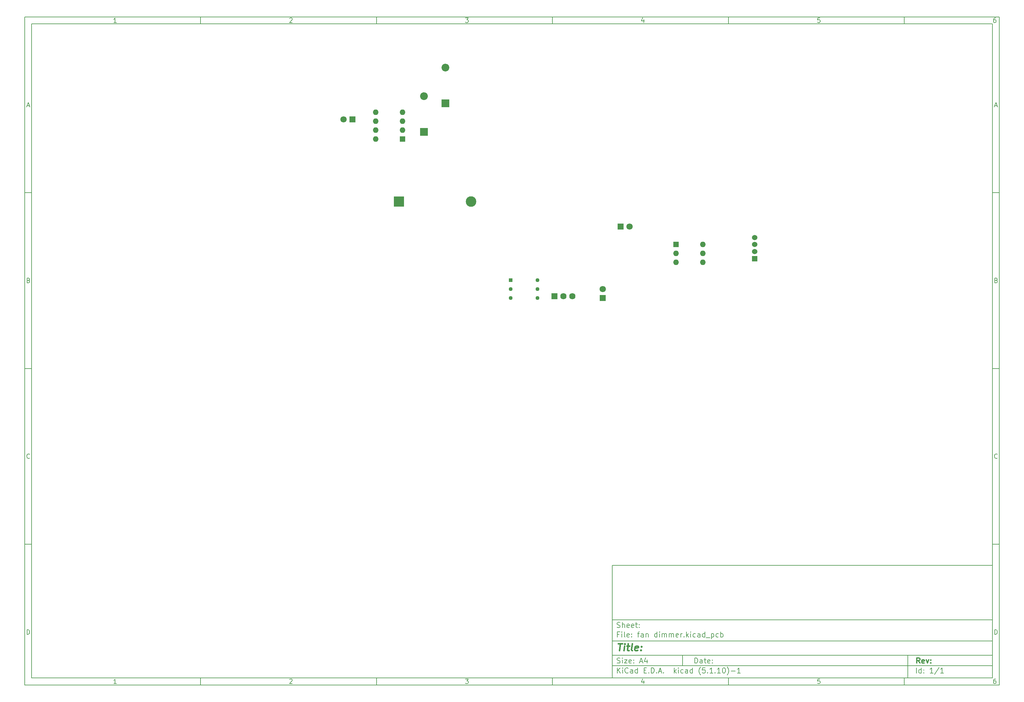
<source format=gbs>
%TF.GenerationSoftware,KiCad,Pcbnew,(5.1.10)-1*%
%TF.CreationDate,2021-11-11T09:46:56+05:30*%
%TF.ProjectId,fan dimmer,66616e20-6469-46d6-9d65-722e6b696361,rev?*%
%TF.SameCoordinates,Original*%
%TF.FileFunction,Soldermask,Bot*%
%TF.FilePolarity,Negative*%
%FSLAX46Y46*%
G04 Gerber Fmt 4.6, Leading zero omitted, Abs format (unit mm)*
G04 Created by KiCad (PCBNEW (5.1.10)-1) date 2021-11-11 09:46:56*
%MOMM*%
%LPD*%
G01*
G04 APERTURE LIST*
%ADD10C,0.100000*%
%ADD11C,0.150000*%
%ADD12C,0.300000*%
%ADD13C,0.400000*%
%ADD14R,3.000000X3.000000*%
%ADD15C,3.000000*%
%ADD16O,1.600000X1.600000*%
%ADD17R,1.600000X1.600000*%
%ADD18C,1.800000*%
%ADD19R,1.800000X1.800000*%
%ADD20O,2.200000X2.200000*%
%ADD21R,2.200000X2.200000*%
%ADD22C,1.130000*%
%ADD23R,1.130000X1.130000*%
%ADD24C,1.790000*%
%ADD25R,1.790000X1.790000*%
%ADD26C,1.524000*%
%ADD27R,1.524000X1.524000*%
G04 APERTURE END LIST*
D10*
D11*
X177002200Y-166007200D02*
X177002200Y-198007200D01*
X285002200Y-198007200D01*
X285002200Y-166007200D01*
X177002200Y-166007200D01*
D10*
D11*
X10000000Y-10000000D02*
X10000000Y-200007200D01*
X287002200Y-200007200D01*
X287002200Y-10000000D01*
X10000000Y-10000000D01*
D10*
D11*
X12000000Y-12000000D02*
X12000000Y-198007200D01*
X285002200Y-198007200D01*
X285002200Y-12000000D01*
X12000000Y-12000000D01*
D10*
D11*
X60000000Y-12000000D02*
X60000000Y-10000000D01*
D10*
D11*
X110000000Y-12000000D02*
X110000000Y-10000000D01*
D10*
D11*
X160000000Y-12000000D02*
X160000000Y-10000000D01*
D10*
D11*
X210000000Y-12000000D02*
X210000000Y-10000000D01*
D10*
D11*
X260000000Y-12000000D02*
X260000000Y-10000000D01*
D10*
D11*
X36065476Y-11588095D02*
X35322619Y-11588095D01*
X35694047Y-11588095D02*
X35694047Y-10288095D01*
X35570238Y-10473809D01*
X35446428Y-10597619D01*
X35322619Y-10659523D01*
D10*
D11*
X85322619Y-10411904D02*
X85384523Y-10350000D01*
X85508333Y-10288095D01*
X85817857Y-10288095D01*
X85941666Y-10350000D01*
X86003571Y-10411904D01*
X86065476Y-10535714D01*
X86065476Y-10659523D01*
X86003571Y-10845238D01*
X85260714Y-11588095D01*
X86065476Y-11588095D01*
D10*
D11*
X135260714Y-10288095D02*
X136065476Y-10288095D01*
X135632142Y-10783333D01*
X135817857Y-10783333D01*
X135941666Y-10845238D01*
X136003571Y-10907142D01*
X136065476Y-11030952D01*
X136065476Y-11340476D01*
X136003571Y-11464285D01*
X135941666Y-11526190D01*
X135817857Y-11588095D01*
X135446428Y-11588095D01*
X135322619Y-11526190D01*
X135260714Y-11464285D01*
D10*
D11*
X185941666Y-10721428D02*
X185941666Y-11588095D01*
X185632142Y-10226190D02*
X185322619Y-11154761D01*
X186127380Y-11154761D01*
D10*
D11*
X236003571Y-10288095D02*
X235384523Y-10288095D01*
X235322619Y-10907142D01*
X235384523Y-10845238D01*
X235508333Y-10783333D01*
X235817857Y-10783333D01*
X235941666Y-10845238D01*
X236003571Y-10907142D01*
X236065476Y-11030952D01*
X236065476Y-11340476D01*
X236003571Y-11464285D01*
X235941666Y-11526190D01*
X235817857Y-11588095D01*
X235508333Y-11588095D01*
X235384523Y-11526190D01*
X235322619Y-11464285D01*
D10*
D11*
X285941666Y-10288095D02*
X285694047Y-10288095D01*
X285570238Y-10350000D01*
X285508333Y-10411904D01*
X285384523Y-10597619D01*
X285322619Y-10845238D01*
X285322619Y-11340476D01*
X285384523Y-11464285D01*
X285446428Y-11526190D01*
X285570238Y-11588095D01*
X285817857Y-11588095D01*
X285941666Y-11526190D01*
X286003571Y-11464285D01*
X286065476Y-11340476D01*
X286065476Y-11030952D01*
X286003571Y-10907142D01*
X285941666Y-10845238D01*
X285817857Y-10783333D01*
X285570238Y-10783333D01*
X285446428Y-10845238D01*
X285384523Y-10907142D01*
X285322619Y-11030952D01*
D10*
D11*
X60000000Y-198007200D02*
X60000000Y-200007200D01*
D10*
D11*
X110000000Y-198007200D02*
X110000000Y-200007200D01*
D10*
D11*
X160000000Y-198007200D02*
X160000000Y-200007200D01*
D10*
D11*
X210000000Y-198007200D02*
X210000000Y-200007200D01*
D10*
D11*
X260000000Y-198007200D02*
X260000000Y-200007200D01*
D10*
D11*
X36065476Y-199595295D02*
X35322619Y-199595295D01*
X35694047Y-199595295D02*
X35694047Y-198295295D01*
X35570238Y-198481009D01*
X35446428Y-198604819D01*
X35322619Y-198666723D01*
D10*
D11*
X85322619Y-198419104D02*
X85384523Y-198357200D01*
X85508333Y-198295295D01*
X85817857Y-198295295D01*
X85941666Y-198357200D01*
X86003571Y-198419104D01*
X86065476Y-198542914D01*
X86065476Y-198666723D01*
X86003571Y-198852438D01*
X85260714Y-199595295D01*
X86065476Y-199595295D01*
D10*
D11*
X135260714Y-198295295D02*
X136065476Y-198295295D01*
X135632142Y-198790533D01*
X135817857Y-198790533D01*
X135941666Y-198852438D01*
X136003571Y-198914342D01*
X136065476Y-199038152D01*
X136065476Y-199347676D01*
X136003571Y-199471485D01*
X135941666Y-199533390D01*
X135817857Y-199595295D01*
X135446428Y-199595295D01*
X135322619Y-199533390D01*
X135260714Y-199471485D01*
D10*
D11*
X185941666Y-198728628D02*
X185941666Y-199595295D01*
X185632142Y-198233390D02*
X185322619Y-199161961D01*
X186127380Y-199161961D01*
D10*
D11*
X236003571Y-198295295D02*
X235384523Y-198295295D01*
X235322619Y-198914342D01*
X235384523Y-198852438D01*
X235508333Y-198790533D01*
X235817857Y-198790533D01*
X235941666Y-198852438D01*
X236003571Y-198914342D01*
X236065476Y-199038152D01*
X236065476Y-199347676D01*
X236003571Y-199471485D01*
X235941666Y-199533390D01*
X235817857Y-199595295D01*
X235508333Y-199595295D01*
X235384523Y-199533390D01*
X235322619Y-199471485D01*
D10*
D11*
X285941666Y-198295295D02*
X285694047Y-198295295D01*
X285570238Y-198357200D01*
X285508333Y-198419104D01*
X285384523Y-198604819D01*
X285322619Y-198852438D01*
X285322619Y-199347676D01*
X285384523Y-199471485D01*
X285446428Y-199533390D01*
X285570238Y-199595295D01*
X285817857Y-199595295D01*
X285941666Y-199533390D01*
X286003571Y-199471485D01*
X286065476Y-199347676D01*
X286065476Y-199038152D01*
X286003571Y-198914342D01*
X285941666Y-198852438D01*
X285817857Y-198790533D01*
X285570238Y-198790533D01*
X285446428Y-198852438D01*
X285384523Y-198914342D01*
X285322619Y-199038152D01*
D10*
D11*
X10000000Y-60000000D02*
X12000000Y-60000000D01*
D10*
D11*
X10000000Y-110000000D02*
X12000000Y-110000000D01*
D10*
D11*
X10000000Y-160000000D02*
X12000000Y-160000000D01*
D10*
D11*
X10690476Y-35216666D02*
X11309523Y-35216666D01*
X10566666Y-35588095D02*
X11000000Y-34288095D01*
X11433333Y-35588095D01*
D10*
D11*
X11092857Y-84907142D02*
X11278571Y-84969047D01*
X11340476Y-85030952D01*
X11402380Y-85154761D01*
X11402380Y-85340476D01*
X11340476Y-85464285D01*
X11278571Y-85526190D01*
X11154761Y-85588095D01*
X10659523Y-85588095D01*
X10659523Y-84288095D01*
X11092857Y-84288095D01*
X11216666Y-84350000D01*
X11278571Y-84411904D01*
X11340476Y-84535714D01*
X11340476Y-84659523D01*
X11278571Y-84783333D01*
X11216666Y-84845238D01*
X11092857Y-84907142D01*
X10659523Y-84907142D01*
D10*
D11*
X11402380Y-135464285D02*
X11340476Y-135526190D01*
X11154761Y-135588095D01*
X11030952Y-135588095D01*
X10845238Y-135526190D01*
X10721428Y-135402380D01*
X10659523Y-135278571D01*
X10597619Y-135030952D01*
X10597619Y-134845238D01*
X10659523Y-134597619D01*
X10721428Y-134473809D01*
X10845238Y-134350000D01*
X11030952Y-134288095D01*
X11154761Y-134288095D01*
X11340476Y-134350000D01*
X11402380Y-134411904D01*
D10*
D11*
X10659523Y-185588095D02*
X10659523Y-184288095D01*
X10969047Y-184288095D01*
X11154761Y-184350000D01*
X11278571Y-184473809D01*
X11340476Y-184597619D01*
X11402380Y-184845238D01*
X11402380Y-185030952D01*
X11340476Y-185278571D01*
X11278571Y-185402380D01*
X11154761Y-185526190D01*
X10969047Y-185588095D01*
X10659523Y-185588095D01*
D10*
D11*
X287002200Y-60000000D02*
X285002200Y-60000000D01*
D10*
D11*
X287002200Y-110000000D02*
X285002200Y-110000000D01*
D10*
D11*
X287002200Y-160000000D02*
X285002200Y-160000000D01*
D10*
D11*
X285692676Y-35216666D02*
X286311723Y-35216666D01*
X285568866Y-35588095D02*
X286002200Y-34288095D01*
X286435533Y-35588095D01*
D10*
D11*
X286095057Y-84907142D02*
X286280771Y-84969047D01*
X286342676Y-85030952D01*
X286404580Y-85154761D01*
X286404580Y-85340476D01*
X286342676Y-85464285D01*
X286280771Y-85526190D01*
X286156961Y-85588095D01*
X285661723Y-85588095D01*
X285661723Y-84288095D01*
X286095057Y-84288095D01*
X286218866Y-84350000D01*
X286280771Y-84411904D01*
X286342676Y-84535714D01*
X286342676Y-84659523D01*
X286280771Y-84783333D01*
X286218866Y-84845238D01*
X286095057Y-84907142D01*
X285661723Y-84907142D01*
D10*
D11*
X286404580Y-135464285D02*
X286342676Y-135526190D01*
X286156961Y-135588095D01*
X286033152Y-135588095D01*
X285847438Y-135526190D01*
X285723628Y-135402380D01*
X285661723Y-135278571D01*
X285599819Y-135030952D01*
X285599819Y-134845238D01*
X285661723Y-134597619D01*
X285723628Y-134473809D01*
X285847438Y-134350000D01*
X286033152Y-134288095D01*
X286156961Y-134288095D01*
X286342676Y-134350000D01*
X286404580Y-134411904D01*
D10*
D11*
X285661723Y-185588095D02*
X285661723Y-184288095D01*
X285971247Y-184288095D01*
X286156961Y-184350000D01*
X286280771Y-184473809D01*
X286342676Y-184597619D01*
X286404580Y-184845238D01*
X286404580Y-185030952D01*
X286342676Y-185278571D01*
X286280771Y-185402380D01*
X286156961Y-185526190D01*
X285971247Y-185588095D01*
X285661723Y-185588095D01*
D10*
D11*
X200434342Y-193785771D02*
X200434342Y-192285771D01*
X200791485Y-192285771D01*
X201005771Y-192357200D01*
X201148628Y-192500057D01*
X201220057Y-192642914D01*
X201291485Y-192928628D01*
X201291485Y-193142914D01*
X201220057Y-193428628D01*
X201148628Y-193571485D01*
X201005771Y-193714342D01*
X200791485Y-193785771D01*
X200434342Y-193785771D01*
X202577200Y-193785771D02*
X202577200Y-193000057D01*
X202505771Y-192857200D01*
X202362914Y-192785771D01*
X202077200Y-192785771D01*
X201934342Y-192857200D01*
X202577200Y-193714342D02*
X202434342Y-193785771D01*
X202077200Y-193785771D01*
X201934342Y-193714342D01*
X201862914Y-193571485D01*
X201862914Y-193428628D01*
X201934342Y-193285771D01*
X202077200Y-193214342D01*
X202434342Y-193214342D01*
X202577200Y-193142914D01*
X203077200Y-192785771D02*
X203648628Y-192785771D01*
X203291485Y-192285771D02*
X203291485Y-193571485D01*
X203362914Y-193714342D01*
X203505771Y-193785771D01*
X203648628Y-193785771D01*
X204720057Y-193714342D02*
X204577200Y-193785771D01*
X204291485Y-193785771D01*
X204148628Y-193714342D01*
X204077200Y-193571485D01*
X204077200Y-193000057D01*
X204148628Y-192857200D01*
X204291485Y-192785771D01*
X204577200Y-192785771D01*
X204720057Y-192857200D01*
X204791485Y-193000057D01*
X204791485Y-193142914D01*
X204077200Y-193285771D01*
X205434342Y-193642914D02*
X205505771Y-193714342D01*
X205434342Y-193785771D01*
X205362914Y-193714342D01*
X205434342Y-193642914D01*
X205434342Y-193785771D01*
X205434342Y-192857200D02*
X205505771Y-192928628D01*
X205434342Y-193000057D01*
X205362914Y-192928628D01*
X205434342Y-192857200D01*
X205434342Y-193000057D01*
D10*
D11*
X177002200Y-194507200D02*
X285002200Y-194507200D01*
D10*
D11*
X178434342Y-196585771D02*
X178434342Y-195085771D01*
X179291485Y-196585771D02*
X178648628Y-195728628D01*
X179291485Y-195085771D02*
X178434342Y-195942914D01*
X179934342Y-196585771D02*
X179934342Y-195585771D01*
X179934342Y-195085771D02*
X179862914Y-195157200D01*
X179934342Y-195228628D01*
X180005771Y-195157200D01*
X179934342Y-195085771D01*
X179934342Y-195228628D01*
X181505771Y-196442914D02*
X181434342Y-196514342D01*
X181220057Y-196585771D01*
X181077200Y-196585771D01*
X180862914Y-196514342D01*
X180720057Y-196371485D01*
X180648628Y-196228628D01*
X180577200Y-195942914D01*
X180577200Y-195728628D01*
X180648628Y-195442914D01*
X180720057Y-195300057D01*
X180862914Y-195157200D01*
X181077200Y-195085771D01*
X181220057Y-195085771D01*
X181434342Y-195157200D01*
X181505771Y-195228628D01*
X182791485Y-196585771D02*
X182791485Y-195800057D01*
X182720057Y-195657200D01*
X182577200Y-195585771D01*
X182291485Y-195585771D01*
X182148628Y-195657200D01*
X182791485Y-196514342D02*
X182648628Y-196585771D01*
X182291485Y-196585771D01*
X182148628Y-196514342D01*
X182077200Y-196371485D01*
X182077200Y-196228628D01*
X182148628Y-196085771D01*
X182291485Y-196014342D01*
X182648628Y-196014342D01*
X182791485Y-195942914D01*
X184148628Y-196585771D02*
X184148628Y-195085771D01*
X184148628Y-196514342D02*
X184005771Y-196585771D01*
X183720057Y-196585771D01*
X183577200Y-196514342D01*
X183505771Y-196442914D01*
X183434342Y-196300057D01*
X183434342Y-195871485D01*
X183505771Y-195728628D01*
X183577200Y-195657200D01*
X183720057Y-195585771D01*
X184005771Y-195585771D01*
X184148628Y-195657200D01*
X186005771Y-195800057D02*
X186505771Y-195800057D01*
X186720057Y-196585771D02*
X186005771Y-196585771D01*
X186005771Y-195085771D01*
X186720057Y-195085771D01*
X187362914Y-196442914D02*
X187434342Y-196514342D01*
X187362914Y-196585771D01*
X187291485Y-196514342D01*
X187362914Y-196442914D01*
X187362914Y-196585771D01*
X188077200Y-196585771D02*
X188077200Y-195085771D01*
X188434342Y-195085771D01*
X188648628Y-195157200D01*
X188791485Y-195300057D01*
X188862914Y-195442914D01*
X188934342Y-195728628D01*
X188934342Y-195942914D01*
X188862914Y-196228628D01*
X188791485Y-196371485D01*
X188648628Y-196514342D01*
X188434342Y-196585771D01*
X188077200Y-196585771D01*
X189577200Y-196442914D02*
X189648628Y-196514342D01*
X189577200Y-196585771D01*
X189505771Y-196514342D01*
X189577200Y-196442914D01*
X189577200Y-196585771D01*
X190220057Y-196157200D02*
X190934342Y-196157200D01*
X190077200Y-196585771D02*
X190577200Y-195085771D01*
X191077200Y-196585771D01*
X191577200Y-196442914D02*
X191648628Y-196514342D01*
X191577200Y-196585771D01*
X191505771Y-196514342D01*
X191577200Y-196442914D01*
X191577200Y-196585771D01*
X194577200Y-196585771D02*
X194577200Y-195085771D01*
X194720057Y-196014342D02*
X195148628Y-196585771D01*
X195148628Y-195585771D02*
X194577200Y-196157200D01*
X195791485Y-196585771D02*
X195791485Y-195585771D01*
X195791485Y-195085771D02*
X195720057Y-195157200D01*
X195791485Y-195228628D01*
X195862914Y-195157200D01*
X195791485Y-195085771D01*
X195791485Y-195228628D01*
X197148628Y-196514342D02*
X197005771Y-196585771D01*
X196720057Y-196585771D01*
X196577200Y-196514342D01*
X196505771Y-196442914D01*
X196434342Y-196300057D01*
X196434342Y-195871485D01*
X196505771Y-195728628D01*
X196577200Y-195657200D01*
X196720057Y-195585771D01*
X197005771Y-195585771D01*
X197148628Y-195657200D01*
X198434342Y-196585771D02*
X198434342Y-195800057D01*
X198362914Y-195657200D01*
X198220057Y-195585771D01*
X197934342Y-195585771D01*
X197791485Y-195657200D01*
X198434342Y-196514342D02*
X198291485Y-196585771D01*
X197934342Y-196585771D01*
X197791485Y-196514342D01*
X197720057Y-196371485D01*
X197720057Y-196228628D01*
X197791485Y-196085771D01*
X197934342Y-196014342D01*
X198291485Y-196014342D01*
X198434342Y-195942914D01*
X199791485Y-196585771D02*
X199791485Y-195085771D01*
X199791485Y-196514342D02*
X199648628Y-196585771D01*
X199362914Y-196585771D01*
X199220057Y-196514342D01*
X199148628Y-196442914D01*
X199077200Y-196300057D01*
X199077200Y-195871485D01*
X199148628Y-195728628D01*
X199220057Y-195657200D01*
X199362914Y-195585771D01*
X199648628Y-195585771D01*
X199791485Y-195657200D01*
X202077200Y-197157200D02*
X202005771Y-197085771D01*
X201862914Y-196871485D01*
X201791485Y-196728628D01*
X201720057Y-196514342D01*
X201648628Y-196157200D01*
X201648628Y-195871485D01*
X201720057Y-195514342D01*
X201791485Y-195300057D01*
X201862914Y-195157200D01*
X202005771Y-194942914D01*
X202077200Y-194871485D01*
X203362914Y-195085771D02*
X202648628Y-195085771D01*
X202577200Y-195800057D01*
X202648628Y-195728628D01*
X202791485Y-195657200D01*
X203148628Y-195657200D01*
X203291485Y-195728628D01*
X203362914Y-195800057D01*
X203434342Y-195942914D01*
X203434342Y-196300057D01*
X203362914Y-196442914D01*
X203291485Y-196514342D01*
X203148628Y-196585771D01*
X202791485Y-196585771D01*
X202648628Y-196514342D01*
X202577200Y-196442914D01*
X204077200Y-196442914D02*
X204148628Y-196514342D01*
X204077200Y-196585771D01*
X204005771Y-196514342D01*
X204077200Y-196442914D01*
X204077200Y-196585771D01*
X205577200Y-196585771D02*
X204720057Y-196585771D01*
X205148628Y-196585771D02*
X205148628Y-195085771D01*
X205005771Y-195300057D01*
X204862914Y-195442914D01*
X204720057Y-195514342D01*
X206220057Y-196442914D02*
X206291485Y-196514342D01*
X206220057Y-196585771D01*
X206148628Y-196514342D01*
X206220057Y-196442914D01*
X206220057Y-196585771D01*
X207720057Y-196585771D02*
X206862914Y-196585771D01*
X207291485Y-196585771D02*
X207291485Y-195085771D01*
X207148628Y-195300057D01*
X207005771Y-195442914D01*
X206862914Y-195514342D01*
X208648628Y-195085771D02*
X208791485Y-195085771D01*
X208934342Y-195157200D01*
X209005771Y-195228628D01*
X209077200Y-195371485D01*
X209148628Y-195657200D01*
X209148628Y-196014342D01*
X209077200Y-196300057D01*
X209005771Y-196442914D01*
X208934342Y-196514342D01*
X208791485Y-196585771D01*
X208648628Y-196585771D01*
X208505771Y-196514342D01*
X208434342Y-196442914D01*
X208362914Y-196300057D01*
X208291485Y-196014342D01*
X208291485Y-195657200D01*
X208362914Y-195371485D01*
X208434342Y-195228628D01*
X208505771Y-195157200D01*
X208648628Y-195085771D01*
X209648628Y-197157200D02*
X209720057Y-197085771D01*
X209862914Y-196871485D01*
X209934342Y-196728628D01*
X210005771Y-196514342D01*
X210077200Y-196157200D01*
X210077200Y-195871485D01*
X210005771Y-195514342D01*
X209934342Y-195300057D01*
X209862914Y-195157200D01*
X209720057Y-194942914D01*
X209648628Y-194871485D01*
X210791485Y-196014342D02*
X211934342Y-196014342D01*
X213434342Y-196585771D02*
X212577200Y-196585771D01*
X213005771Y-196585771D02*
X213005771Y-195085771D01*
X212862914Y-195300057D01*
X212720057Y-195442914D01*
X212577200Y-195514342D01*
D10*
D11*
X177002200Y-191507200D02*
X285002200Y-191507200D01*
D10*
D12*
X264411485Y-193785771D02*
X263911485Y-193071485D01*
X263554342Y-193785771D02*
X263554342Y-192285771D01*
X264125771Y-192285771D01*
X264268628Y-192357200D01*
X264340057Y-192428628D01*
X264411485Y-192571485D01*
X264411485Y-192785771D01*
X264340057Y-192928628D01*
X264268628Y-193000057D01*
X264125771Y-193071485D01*
X263554342Y-193071485D01*
X265625771Y-193714342D02*
X265482914Y-193785771D01*
X265197200Y-193785771D01*
X265054342Y-193714342D01*
X264982914Y-193571485D01*
X264982914Y-193000057D01*
X265054342Y-192857200D01*
X265197200Y-192785771D01*
X265482914Y-192785771D01*
X265625771Y-192857200D01*
X265697200Y-193000057D01*
X265697200Y-193142914D01*
X264982914Y-193285771D01*
X266197200Y-192785771D02*
X266554342Y-193785771D01*
X266911485Y-192785771D01*
X267482914Y-193642914D02*
X267554342Y-193714342D01*
X267482914Y-193785771D01*
X267411485Y-193714342D01*
X267482914Y-193642914D01*
X267482914Y-193785771D01*
X267482914Y-192857200D02*
X267554342Y-192928628D01*
X267482914Y-193000057D01*
X267411485Y-192928628D01*
X267482914Y-192857200D01*
X267482914Y-193000057D01*
D10*
D11*
X178362914Y-193714342D02*
X178577200Y-193785771D01*
X178934342Y-193785771D01*
X179077200Y-193714342D01*
X179148628Y-193642914D01*
X179220057Y-193500057D01*
X179220057Y-193357200D01*
X179148628Y-193214342D01*
X179077200Y-193142914D01*
X178934342Y-193071485D01*
X178648628Y-193000057D01*
X178505771Y-192928628D01*
X178434342Y-192857200D01*
X178362914Y-192714342D01*
X178362914Y-192571485D01*
X178434342Y-192428628D01*
X178505771Y-192357200D01*
X178648628Y-192285771D01*
X179005771Y-192285771D01*
X179220057Y-192357200D01*
X179862914Y-193785771D02*
X179862914Y-192785771D01*
X179862914Y-192285771D02*
X179791485Y-192357200D01*
X179862914Y-192428628D01*
X179934342Y-192357200D01*
X179862914Y-192285771D01*
X179862914Y-192428628D01*
X180434342Y-192785771D02*
X181220057Y-192785771D01*
X180434342Y-193785771D01*
X181220057Y-193785771D01*
X182362914Y-193714342D02*
X182220057Y-193785771D01*
X181934342Y-193785771D01*
X181791485Y-193714342D01*
X181720057Y-193571485D01*
X181720057Y-193000057D01*
X181791485Y-192857200D01*
X181934342Y-192785771D01*
X182220057Y-192785771D01*
X182362914Y-192857200D01*
X182434342Y-193000057D01*
X182434342Y-193142914D01*
X181720057Y-193285771D01*
X183077200Y-193642914D02*
X183148628Y-193714342D01*
X183077200Y-193785771D01*
X183005771Y-193714342D01*
X183077200Y-193642914D01*
X183077200Y-193785771D01*
X183077200Y-192857200D02*
X183148628Y-192928628D01*
X183077200Y-193000057D01*
X183005771Y-192928628D01*
X183077200Y-192857200D01*
X183077200Y-193000057D01*
X184862914Y-193357200D02*
X185577200Y-193357200D01*
X184720057Y-193785771D02*
X185220057Y-192285771D01*
X185720057Y-193785771D01*
X186862914Y-192785771D02*
X186862914Y-193785771D01*
X186505771Y-192214342D02*
X186148628Y-193285771D01*
X187077200Y-193285771D01*
D10*
D11*
X263434342Y-196585771D02*
X263434342Y-195085771D01*
X264791485Y-196585771D02*
X264791485Y-195085771D01*
X264791485Y-196514342D02*
X264648628Y-196585771D01*
X264362914Y-196585771D01*
X264220057Y-196514342D01*
X264148628Y-196442914D01*
X264077200Y-196300057D01*
X264077200Y-195871485D01*
X264148628Y-195728628D01*
X264220057Y-195657200D01*
X264362914Y-195585771D01*
X264648628Y-195585771D01*
X264791485Y-195657200D01*
X265505771Y-196442914D02*
X265577200Y-196514342D01*
X265505771Y-196585771D01*
X265434342Y-196514342D01*
X265505771Y-196442914D01*
X265505771Y-196585771D01*
X265505771Y-195657200D02*
X265577200Y-195728628D01*
X265505771Y-195800057D01*
X265434342Y-195728628D01*
X265505771Y-195657200D01*
X265505771Y-195800057D01*
X268148628Y-196585771D02*
X267291485Y-196585771D01*
X267720057Y-196585771D02*
X267720057Y-195085771D01*
X267577200Y-195300057D01*
X267434342Y-195442914D01*
X267291485Y-195514342D01*
X269862914Y-195014342D02*
X268577200Y-196942914D01*
X271148628Y-196585771D02*
X270291485Y-196585771D01*
X270720057Y-196585771D02*
X270720057Y-195085771D01*
X270577200Y-195300057D01*
X270434342Y-195442914D01*
X270291485Y-195514342D01*
D10*
D11*
X177002200Y-187507200D02*
X285002200Y-187507200D01*
D10*
D13*
X178714580Y-188211961D02*
X179857438Y-188211961D01*
X179036009Y-190211961D02*
X179286009Y-188211961D01*
X180274104Y-190211961D02*
X180440771Y-188878628D01*
X180524104Y-188211961D02*
X180416961Y-188307200D01*
X180500295Y-188402438D01*
X180607438Y-188307200D01*
X180524104Y-188211961D01*
X180500295Y-188402438D01*
X181107438Y-188878628D02*
X181869342Y-188878628D01*
X181476485Y-188211961D02*
X181262200Y-189926247D01*
X181333628Y-190116723D01*
X181512200Y-190211961D01*
X181702676Y-190211961D01*
X182655057Y-190211961D02*
X182476485Y-190116723D01*
X182405057Y-189926247D01*
X182619342Y-188211961D01*
X184190771Y-190116723D02*
X183988390Y-190211961D01*
X183607438Y-190211961D01*
X183428866Y-190116723D01*
X183357438Y-189926247D01*
X183452676Y-189164342D01*
X183571723Y-188973866D01*
X183774104Y-188878628D01*
X184155057Y-188878628D01*
X184333628Y-188973866D01*
X184405057Y-189164342D01*
X184381247Y-189354819D01*
X183405057Y-189545295D01*
X185155057Y-190021485D02*
X185238390Y-190116723D01*
X185131247Y-190211961D01*
X185047914Y-190116723D01*
X185155057Y-190021485D01*
X185131247Y-190211961D01*
X185286009Y-188973866D02*
X185369342Y-189069104D01*
X185262200Y-189164342D01*
X185178866Y-189069104D01*
X185286009Y-188973866D01*
X185262200Y-189164342D01*
D10*
D11*
X178934342Y-185600057D02*
X178434342Y-185600057D01*
X178434342Y-186385771D02*
X178434342Y-184885771D01*
X179148628Y-184885771D01*
X179720057Y-186385771D02*
X179720057Y-185385771D01*
X179720057Y-184885771D02*
X179648628Y-184957200D01*
X179720057Y-185028628D01*
X179791485Y-184957200D01*
X179720057Y-184885771D01*
X179720057Y-185028628D01*
X180648628Y-186385771D02*
X180505771Y-186314342D01*
X180434342Y-186171485D01*
X180434342Y-184885771D01*
X181791485Y-186314342D02*
X181648628Y-186385771D01*
X181362914Y-186385771D01*
X181220057Y-186314342D01*
X181148628Y-186171485D01*
X181148628Y-185600057D01*
X181220057Y-185457200D01*
X181362914Y-185385771D01*
X181648628Y-185385771D01*
X181791485Y-185457200D01*
X181862914Y-185600057D01*
X181862914Y-185742914D01*
X181148628Y-185885771D01*
X182505771Y-186242914D02*
X182577200Y-186314342D01*
X182505771Y-186385771D01*
X182434342Y-186314342D01*
X182505771Y-186242914D01*
X182505771Y-186385771D01*
X182505771Y-185457200D02*
X182577200Y-185528628D01*
X182505771Y-185600057D01*
X182434342Y-185528628D01*
X182505771Y-185457200D01*
X182505771Y-185600057D01*
X184148628Y-185385771D02*
X184720057Y-185385771D01*
X184362914Y-186385771D02*
X184362914Y-185100057D01*
X184434342Y-184957200D01*
X184577200Y-184885771D01*
X184720057Y-184885771D01*
X185862914Y-186385771D02*
X185862914Y-185600057D01*
X185791485Y-185457200D01*
X185648628Y-185385771D01*
X185362914Y-185385771D01*
X185220057Y-185457200D01*
X185862914Y-186314342D02*
X185720057Y-186385771D01*
X185362914Y-186385771D01*
X185220057Y-186314342D01*
X185148628Y-186171485D01*
X185148628Y-186028628D01*
X185220057Y-185885771D01*
X185362914Y-185814342D01*
X185720057Y-185814342D01*
X185862914Y-185742914D01*
X186577200Y-185385771D02*
X186577200Y-186385771D01*
X186577200Y-185528628D02*
X186648628Y-185457200D01*
X186791485Y-185385771D01*
X187005771Y-185385771D01*
X187148628Y-185457200D01*
X187220057Y-185600057D01*
X187220057Y-186385771D01*
X189720057Y-186385771D02*
X189720057Y-184885771D01*
X189720057Y-186314342D02*
X189577200Y-186385771D01*
X189291485Y-186385771D01*
X189148628Y-186314342D01*
X189077200Y-186242914D01*
X189005771Y-186100057D01*
X189005771Y-185671485D01*
X189077200Y-185528628D01*
X189148628Y-185457200D01*
X189291485Y-185385771D01*
X189577200Y-185385771D01*
X189720057Y-185457200D01*
X190434342Y-186385771D02*
X190434342Y-185385771D01*
X190434342Y-184885771D02*
X190362914Y-184957200D01*
X190434342Y-185028628D01*
X190505771Y-184957200D01*
X190434342Y-184885771D01*
X190434342Y-185028628D01*
X191148628Y-186385771D02*
X191148628Y-185385771D01*
X191148628Y-185528628D02*
X191220057Y-185457200D01*
X191362914Y-185385771D01*
X191577200Y-185385771D01*
X191720057Y-185457200D01*
X191791485Y-185600057D01*
X191791485Y-186385771D01*
X191791485Y-185600057D02*
X191862914Y-185457200D01*
X192005771Y-185385771D01*
X192220057Y-185385771D01*
X192362914Y-185457200D01*
X192434342Y-185600057D01*
X192434342Y-186385771D01*
X193148628Y-186385771D02*
X193148628Y-185385771D01*
X193148628Y-185528628D02*
X193220057Y-185457200D01*
X193362914Y-185385771D01*
X193577200Y-185385771D01*
X193720057Y-185457200D01*
X193791485Y-185600057D01*
X193791485Y-186385771D01*
X193791485Y-185600057D02*
X193862914Y-185457200D01*
X194005771Y-185385771D01*
X194220057Y-185385771D01*
X194362914Y-185457200D01*
X194434342Y-185600057D01*
X194434342Y-186385771D01*
X195720057Y-186314342D02*
X195577200Y-186385771D01*
X195291485Y-186385771D01*
X195148628Y-186314342D01*
X195077200Y-186171485D01*
X195077200Y-185600057D01*
X195148628Y-185457200D01*
X195291485Y-185385771D01*
X195577200Y-185385771D01*
X195720057Y-185457200D01*
X195791485Y-185600057D01*
X195791485Y-185742914D01*
X195077200Y-185885771D01*
X196434342Y-186385771D02*
X196434342Y-185385771D01*
X196434342Y-185671485D02*
X196505771Y-185528628D01*
X196577200Y-185457200D01*
X196720057Y-185385771D01*
X196862914Y-185385771D01*
X197362914Y-186242914D02*
X197434342Y-186314342D01*
X197362914Y-186385771D01*
X197291485Y-186314342D01*
X197362914Y-186242914D01*
X197362914Y-186385771D01*
X198077200Y-186385771D02*
X198077200Y-184885771D01*
X198220057Y-185814342D02*
X198648628Y-186385771D01*
X198648628Y-185385771D02*
X198077200Y-185957200D01*
X199291485Y-186385771D02*
X199291485Y-185385771D01*
X199291485Y-184885771D02*
X199220057Y-184957200D01*
X199291485Y-185028628D01*
X199362914Y-184957200D01*
X199291485Y-184885771D01*
X199291485Y-185028628D01*
X200648628Y-186314342D02*
X200505771Y-186385771D01*
X200220057Y-186385771D01*
X200077200Y-186314342D01*
X200005771Y-186242914D01*
X199934342Y-186100057D01*
X199934342Y-185671485D01*
X200005771Y-185528628D01*
X200077200Y-185457200D01*
X200220057Y-185385771D01*
X200505771Y-185385771D01*
X200648628Y-185457200D01*
X201934342Y-186385771D02*
X201934342Y-185600057D01*
X201862914Y-185457200D01*
X201720057Y-185385771D01*
X201434342Y-185385771D01*
X201291485Y-185457200D01*
X201934342Y-186314342D02*
X201791485Y-186385771D01*
X201434342Y-186385771D01*
X201291485Y-186314342D01*
X201220057Y-186171485D01*
X201220057Y-186028628D01*
X201291485Y-185885771D01*
X201434342Y-185814342D01*
X201791485Y-185814342D01*
X201934342Y-185742914D01*
X203291485Y-186385771D02*
X203291485Y-184885771D01*
X203291485Y-186314342D02*
X203148628Y-186385771D01*
X202862914Y-186385771D01*
X202720057Y-186314342D01*
X202648628Y-186242914D01*
X202577200Y-186100057D01*
X202577200Y-185671485D01*
X202648628Y-185528628D01*
X202720057Y-185457200D01*
X202862914Y-185385771D01*
X203148628Y-185385771D01*
X203291485Y-185457200D01*
X203648628Y-186528628D02*
X204791485Y-186528628D01*
X205148628Y-185385771D02*
X205148628Y-186885771D01*
X205148628Y-185457200D02*
X205291485Y-185385771D01*
X205577200Y-185385771D01*
X205720057Y-185457200D01*
X205791485Y-185528628D01*
X205862914Y-185671485D01*
X205862914Y-186100057D01*
X205791485Y-186242914D01*
X205720057Y-186314342D01*
X205577200Y-186385771D01*
X205291485Y-186385771D01*
X205148628Y-186314342D01*
X207148628Y-186314342D02*
X207005771Y-186385771D01*
X206720057Y-186385771D01*
X206577200Y-186314342D01*
X206505771Y-186242914D01*
X206434342Y-186100057D01*
X206434342Y-185671485D01*
X206505771Y-185528628D01*
X206577200Y-185457200D01*
X206720057Y-185385771D01*
X207005771Y-185385771D01*
X207148628Y-185457200D01*
X207791485Y-186385771D02*
X207791485Y-184885771D01*
X207791485Y-185457200D02*
X207934342Y-185385771D01*
X208220057Y-185385771D01*
X208362914Y-185457200D01*
X208434342Y-185528628D01*
X208505771Y-185671485D01*
X208505771Y-186100057D01*
X208434342Y-186242914D01*
X208362914Y-186314342D01*
X208220057Y-186385771D01*
X207934342Y-186385771D01*
X207791485Y-186314342D01*
D10*
D11*
X177002200Y-181507200D02*
X285002200Y-181507200D01*
D10*
D11*
X178362914Y-183614342D02*
X178577200Y-183685771D01*
X178934342Y-183685771D01*
X179077200Y-183614342D01*
X179148628Y-183542914D01*
X179220057Y-183400057D01*
X179220057Y-183257200D01*
X179148628Y-183114342D01*
X179077200Y-183042914D01*
X178934342Y-182971485D01*
X178648628Y-182900057D01*
X178505771Y-182828628D01*
X178434342Y-182757200D01*
X178362914Y-182614342D01*
X178362914Y-182471485D01*
X178434342Y-182328628D01*
X178505771Y-182257200D01*
X178648628Y-182185771D01*
X179005771Y-182185771D01*
X179220057Y-182257200D01*
X179862914Y-183685771D02*
X179862914Y-182185771D01*
X180505771Y-183685771D02*
X180505771Y-182900057D01*
X180434342Y-182757200D01*
X180291485Y-182685771D01*
X180077200Y-182685771D01*
X179934342Y-182757200D01*
X179862914Y-182828628D01*
X181791485Y-183614342D02*
X181648628Y-183685771D01*
X181362914Y-183685771D01*
X181220057Y-183614342D01*
X181148628Y-183471485D01*
X181148628Y-182900057D01*
X181220057Y-182757200D01*
X181362914Y-182685771D01*
X181648628Y-182685771D01*
X181791485Y-182757200D01*
X181862914Y-182900057D01*
X181862914Y-183042914D01*
X181148628Y-183185771D01*
X183077200Y-183614342D02*
X182934342Y-183685771D01*
X182648628Y-183685771D01*
X182505771Y-183614342D01*
X182434342Y-183471485D01*
X182434342Y-182900057D01*
X182505771Y-182757200D01*
X182648628Y-182685771D01*
X182934342Y-182685771D01*
X183077200Y-182757200D01*
X183148628Y-182900057D01*
X183148628Y-183042914D01*
X182434342Y-183185771D01*
X183577200Y-182685771D02*
X184148628Y-182685771D01*
X183791485Y-182185771D02*
X183791485Y-183471485D01*
X183862914Y-183614342D01*
X184005771Y-183685771D01*
X184148628Y-183685771D01*
X184648628Y-183542914D02*
X184720057Y-183614342D01*
X184648628Y-183685771D01*
X184577200Y-183614342D01*
X184648628Y-183542914D01*
X184648628Y-183685771D01*
X184648628Y-182757200D02*
X184720057Y-182828628D01*
X184648628Y-182900057D01*
X184577200Y-182828628D01*
X184648628Y-182757200D01*
X184648628Y-182900057D01*
D10*
D11*
X197002200Y-191507200D02*
X197002200Y-194507200D01*
D10*
D11*
X261002200Y-191507200D02*
X261002200Y-198007200D01*
D14*
%TO.C,Battery1*%
X116332000Y-62484000D03*
D15*
X136822000Y-62484000D03*
%TD*%
D16*
%TO.C,U4*%
X109728000Y-44704000D03*
X117348000Y-37084000D03*
X109728000Y-42164000D03*
X117348000Y-39624000D03*
X109728000Y-39624000D03*
X117348000Y-42164000D03*
X109728000Y-37084000D03*
D17*
X117348000Y-44704000D03*
%TD*%
D18*
%TO.C,J1*%
X181864000Y-69596000D03*
D19*
X179324000Y-69596000D03*
%TD*%
D18*
%TO.C,D6*%
X100584000Y-39116000D03*
D19*
X103124000Y-39116000D03*
%TD*%
D20*
%TO.C,D5*%
X123444000Y-32512000D03*
D21*
X123444000Y-42672000D03*
%TD*%
D20*
%TO.C,D4*%
X129540000Y-24384000D03*
D21*
X129540000Y-34544000D03*
%TD*%
D22*
%TO.C,U1*%
X155702000Y-84836000D03*
X155702000Y-87376000D03*
X155702000Y-89916000D03*
X148082000Y-89916000D03*
X148082000Y-87376000D03*
D23*
X148082000Y-84836000D03*
%TD*%
D24*
%TO.C,D3*%
X165608000Y-89408000D03*
X163068000Y-89408000D03*
D25*
X160528000Y-89408000D03*
%TD*%
D26*
%TO.C,J2*%
X217424000Y-72740000D03*
X217424000Y-74740000D03*
X217424000Y-76740000D03*
D27*
X217424000Y-78740000D03*
%TD*%
D16*
%TO.C,U3*%
X202692000Y-74676000D03*
X195072000Y-79756000D03*
X202692000Y-77216000D03*
X195072000Y-77216000D03*
X202692000Y-79756000D03*
D17*
X195072000Y-74676000D03*
%TD*%
D18*
%TO.C,D2*%
X174244000Y-87376000D03*
D19*
X174244000Y-89916000D03*
%TD*%
M02*

</source>
